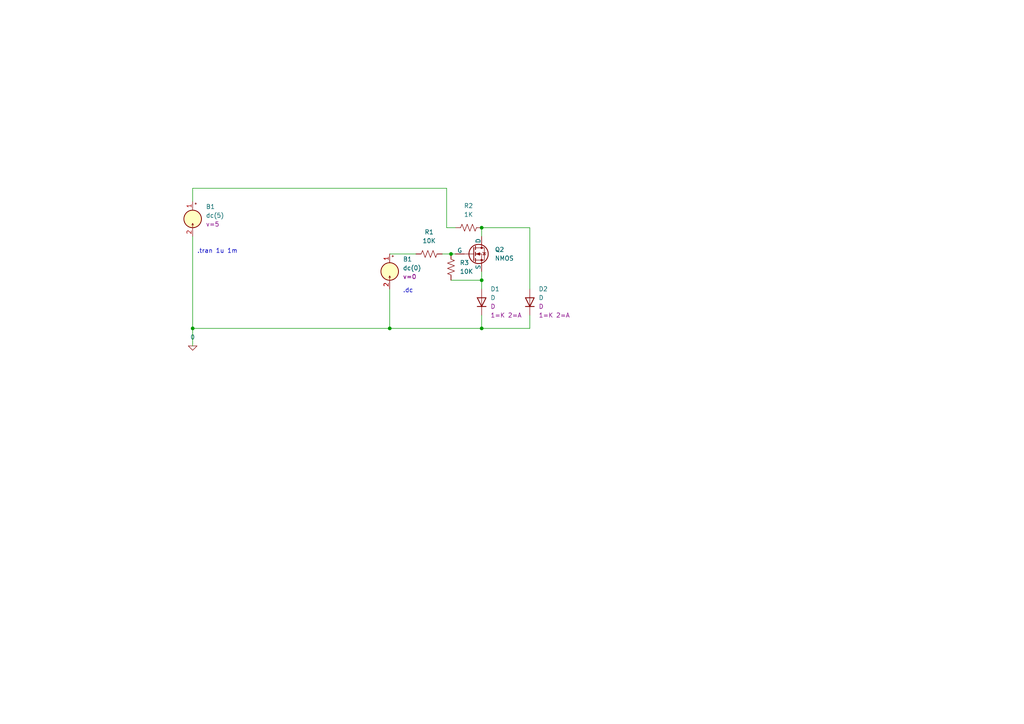
<source format=kicad_sch>
(kicad_sch (version 20230121) (generator eeschema)
  (paper "A4")
  (lib_symbols
    (symbol "Device:R_US" (pin_numbers hide) (pin_names (offset 0))
      (property "Reference" "R" (at 2.54 0 90))
      (property "Value" "R_US" (at -2.54 0 90))
      (symbol "R_US_0_1"
        (polyline (pts (xy 0 -2.286) (xy 0 -2.54)))
        (polyline (pts (xy 0 2.286) (xy 0 2.54)))
        (polyline (pts (xy 0 -0.762) (xy 1.016 -1.143) (xy 0 -1.524) (xy -1.016 -1.905) (xy 0 -2.286)))
        (polyline (pts (xy 0 0.762) (xy 1.016 0.381) (xy 0 0) (xy -1.016 -0.381) (xy 0 -0.762)))
        (polyline (pts (xy 0 2.286) (xy 1.016 1.905) (xy 0 1.524) (xy -1.016 1.143) (xy 0 0.762)))
      )
      (symbol "R_US_1_1"
        (pin passive line (at 0 3.81 270) (length 1.27) (name "~") (number "1"))
        (pin passive line (at 0 -3.81 90) (length 1.27) (name "~") (number "2"))
      )
    )
    (symbol "Simulation_SPICE:0" (power) (pin_names (offset 0))
      (property "Value" "0" (at 0 -1.778 0))
      (symbol "0_0_1"
        (polyline (pts (xy -1.27 0) (xy 0 -1.27) (xy 1.27 0) (xy -1.27 0)))
      )
      (symbol "0_1_1"
        (pin power_in line (at 0 0 0) (length 0) hide (name "0") (number "1"))
      )
    )
    (symbol "Simulation_SPICE:BSOURCE" (pin_names (offset 1.016) hide)
      (property "Reference" "B" (at 2.54 2.54 0))
      (property "Value" "BSOURCE" (at 2.54 0 0))
      (property "Sim.Params" "v=1" (at 2.54 -2.54 0))
      (symbol "BSOURCE_0_1"
        (polyline (pts (xy 0 -1.27) (xy 0 -2.286)))
        (polyline (pts (xy 0.254 -1.778) (xy 0 -1.27) (xy -0.254 -1.778)))
        (circle (center 0 0) (radius 2.54) (stroke (width 0.254)) (fill (type background)))
      )
      (symbol "BSOURCE_1_1"
        (polyline (pts (xy 0.635 4.445) (xy 1.143 4.445)))
        (polyline (pts (xy 0.889 4.699) (xy 0.889 4.191)))
        (pin passive line (at 0 5.08 270) (length 2.54) (name "N+") (number "1"))
        (pin passive line (at 0 -5.08 90) (length 2.54) (name "N-") (number "2"))
      )
    )
    (symbol "Simulation_SPICE:D" (pin_numbers hide) (pin_names (offset 1.016) hide)
      (property "Reference" "D" (at 0 2.54 0))
      (property "Value" "D" (at 0 -2.54 0))
      (property "Sim.Device" "D" (at 0 0 0))
      (property "Sim.Pins" "1=K 2=A" (at 0 0 0))
      (symbol "D_0_1"
        (polyline (pts (xy -1.27 1.27) (xy -1.27 -1.27)) (stroke (width 0.254)))
        (polyline (pts (xy 1.27 0) (xy -1.27 0)))
        (polyline (pts (xy 1.27 1.27) (xy 1.27 -1.27) (xy -1.27 0) (xy 1.27 1.27)) (stroke (width 0.254)))
      )
      (symbol "D_1_1"
        (pin passive line (at -3.81 0 0) (length 2.54) (name "K") (number "1"))
        (pin passive line (at 3.81 0 180) (length 2.54) (name "A") (number "2"))
      )
    )
    (symbol "Simulation_SPICE:NMOS" (pin_numbers hide) (pin_names (offset 0))
      (property "Reference" "Q" (at 5.08 1.27 0))
      (property "Value" "NMOS" (at 5.08 -1.27 0))
      (symbol "NMOS_0_1"
        (polyline (pts (xy 0.254 0) (xy -2.54 0)))
        (polyline (pts (xy 0.254 1.905) (xy 0.254 -1.905)) (stroke (width 0.254)))
        (polyline (pts (xy 0.762 -1.27) (xy 0.762 -2.286)) (stroke (width 0.254)))
        (polyline (pts (xy 0.762 0.508) (xy 0.762 -0.508)) (stroke (width 0.254)))
        (polyline (pts (xy 0.762 2.286) (xy 0.762 1.27)) (stroke (width 0.254)))
        (polyline (pts (xy 2.54 2.54) (xy 2.54 1.778)))
        (polyline (pts (xy 2.54 -2.54) (xy 2.54 0) (xy 0.762 0)))
        (polyline (pts (xy 0.762 -1.778) (xy 3.302 -1.778) (xy 3.302 1.778) (xy 0.762 1.778)))
        (polyline (pts (xy 1.016 0) (xy 2.032 0.381) (xy 2.032 -0.381) (xy 1.016 0)) (fill (type outline)))
        (polyline (pts (xy 2.794 0.508) (xy 2.921 0.381) (xy 3.683 0.381) (xy 3.81 0.254)))
        (polyline (pts (xy 3.302 0.381) (xy 2.921 -0.254) (xy 3.683 -0.254) (xy 3.302 0.381)))
        (circle (center 1.651 0) (radius 2.794) (stroke (width 0.254)))
        (circle (center 2.54 -1.778) (radius 0.254) (fill (type outline)))
        (circle (center 2.54 1.778) (radius 0.254) (fill (type outline)))
      )
      (symbol "NMOS_1_1"
        (pin passive line (at 2.54 5.08 270) (length 2.54) (name "D") (number "1"))
        (pin input line (at -5.08 0 0) (length 2.54) (name "G") (number "2"))
        (pin passive line (at 2.54 -5.08 90) (length 2.54) (name "S") (number "3"))
      )
    )
  )
  (junction (at 55.88 95.25))
  (junction (at 139.7 66.04))
  (junction (at 130.81 73.66))
  (junction (at 139.7 81.28))
  (junction (at 113.03 95.25))
  (junction (at 139.7 95.25))
  (wire (pts (xy 153.67 66.04) (xy 153.67 83.82)))
  (wire (pts (xy 139.7 95.25) (xy 153.67 95.25)))
  (wire (pts (xy 130.81 81.28) (xy 139.7 81.28)))
  (wire (pts (xy 55.88 58.42) (xy 55.88 54.61)))
  (wire (pts (xy 129.54 54.61) (xy 129.54 66.04)))
  (wire (pts (xy 153.67 91.44) (xy 153.67 95.25)))
  (wire (pts (xy 139.7 81.28) (xy 139.7 78.74)))
  (wire (pts (xy 113.03 95.25) (xy 55.88 95.25)))
  (wire (pts (xy 128.27 73.66) (xy 130.81 73.66)))
  (wire (pts (xy 55.88 95.25) (xy 55.88 100.33)))
  (wire (pts (xy 139.7 95.25) (xy 139.7 91.44)))
  (wire (pts (xy 113.03 83.82) (xy 113.03 95.25)))
  (wire (pts (xy 139.7 81.28) (xy 139.7 83.82)))
  (wire (pts (xy 55.88 68.58) (xy 55.88 95.25)))
  (wire (pts (xy 139.7 66.04) (xy 153.67 66.04)))
  (wire (pts (xy 130.81 73.66) (xy 132.08 73.66)))
  (wire (pts (xy 113.03 73.66) (xy 120.65 73.66)))
  (wire (pts (xy 139.7 66.04) (xy 139.7 68.58)))
  (wire (pts (xy 55.88 54.61) (xy 129.54 54.61)))
  (wire (pts (xy 129.54 66.04) (xy 132.08 66.04)))
  (wire (pts (xy 139.7 95.25) (xy 113.03 95.25)))
  (text ".tran 1u 1m" (at 57.15 73.66 0) (effects (font (size 1.27 1.27)) (justify left bottom)))
  (text ".dc" (at 116.84 85.09 0) (effects (font (size 1.27 1.27)) (justify left bottom)))
  (symbol (lib_id "Device:R_US") (at 124.46 73.66 90) (unit 1)
    (property "Reference" "R1" (at 124.46 67.31 90))
    (property "Value" "10K" (at 124.46 69.85 90))
    (property "Footprint" "Resistor_THT:R_Axial_DIN0207_L6.3mm_D2.5mm_P7.62mm_Horizontal" (effects hide))
    (instances (project "pcb_v001" (path "" (reference "R1") (unit 1)) (path "" (reference "R5") (unit 1))))
  )
  (symbol (lib_id "Simulation_SPICE:D") (at 139.7 87.63 90) (unit 1)
    (property "Reference" "D1" (at 142.24 83.82 90) (effects (justify right)))
    (property "Value" "D" (at 142.24 86.36 90) (effects (justify right)))
    (property "Sim.Device" "D" (at 142.24 88.9 90) (effects (justify right)))
    (property "Sim.Pins" "1=K 2=A" (at 142.24 91.44 90) (effects (justify right)))
  )
  (symbol (lib_id "Device:R_US") (at 130.81 77.47 0) (unit 1)
    (property "Reference" "R3" (at 133.35 76.2 0) (effects (justify left)))
    (property "Value" "10K" (at 133.35 78.74 0) (effects (justify left)))
    (property "Footprint" "Resistor_THT:R_Axial_DIN0207_L6.3mm_D2.5mm_P7.62mm_Horizontal" (effects hide))
    (instances (project "pcb_v001" (path "" (reference "R3") (unit 1)) (path "" (reference "R6") (unit 1))))
  )
  (symbol (lib_id "Device:R_US") (at 135.89 66.04 270) (unit 1)
    (property "Reference" "R2" (at 135.89 59.69 90))
    (property "Value" "1K" (at 135.89 62.23 90))
    (property "Footprint" "Resistor_THT:R_Axial_DIN0207_L6.3mm_D2.5mm_P7.62mm_Horizontal" (effects hide))
    (instances (project "pcb_v001" (path "" (reference "R2") (unit 1)) (path "" (reference "R7") (unit 1))))
  )
  (symbol (lib_id "Simulation_SPICE:BSOURCE") (at 55.88 63.5 0) (unit 1)
    (property "Reference" "B1" (at 59.69 59.944 0) (effects (justify left)))
    (property "Value" "dc(5)" (at 59.69 62.484 0) (effects (justify left)))
    (property "Datasheet" "https://ngspice.sourceforge.io/docs.html" (effects hide))
    (property "Sim.Device" "V" (effects hide))
    (property "Sim.Type" "=" (effects hide))
    (property "Sim.Pins" "1=+ 2=-" (effects hide))
    (property "Sim.Params" "v=5" (at 59.69 65.024 0) (effects (justify left)))
  )
  (symbol (lib_id "Simulation_SPICE:0") (at 55.88 100.33 0) (unit 1)
    (property "Reference" "#GND01" (effects hide))
    (property "Value" "0" (at 55.88 97.79 0))
  )
  (symbol (lib_id "Simulation_SPICE:BSOURCE") (at 113.03 78.74 0) (unit 1)
    (property "Reference" "B1" (at 116.84 75.184 0) (effects (justify left)))
    (property "Value" "dc(0)" (at 116.84 77.724 0) (effects (justify left)))
    (property "Datasheet" "https://ngspice.sourceforge.io/docs.html" (effects hide))
    (property "Sim.Device" "V" (effects hide))
    (property "Sim.Type" "=" (effects hide))
    (property "Sim.Pins" "1=+ 2=-" (effects hide))
    (property "Sim.Params" "v=0" (at 116.84 80.264 0) (effects (justify left)))
    (instances (project "pcb_v001" (path "" (reference "B1") (unit 1)) (path "" (reference "B2") (unit 1))))
  )
  (symbol (lib_id "Simulation_SPICE:NMOS") (at 137.16 73.66 0) (unit 1)
    (property "Reference" "Q2" (at 143.51 72.39 0) (effects (justify left)))
    (property "Value" "NMOS" (at 143.51 74.93 0) (effects (justify left)))
    (property "Datasheet" "https://ngspice.sourceforge.io/docs/ngspice-manual.pdf" (effects hide))
    (property "Sim.Device" "NMOS" (effects hide))
    (property "Sim.Type" "VDMOS" (effects hide))
    (property "Sim.Pins" "1=D 2=G 3=S" (effects hide))
  )
  (symbol (lib_id "Simulation_SPICE:D") (at 153.67 87.63 90) (unit 1)
    (property "Reference" "D2" (at 156.21 83.82 90) (effects (justify right)))
    (property "Value" "D" (at 156.21 86.36 90) (effects (justify right)))
    (property "Sim.Device" "D" (at 156.21 88.9 90) (effects (justify right)))
    (property "Sim.Pins" "1=K 2=A" (at 156.21 91.44 90) (effects (justify right)))
  )
)
</source>
